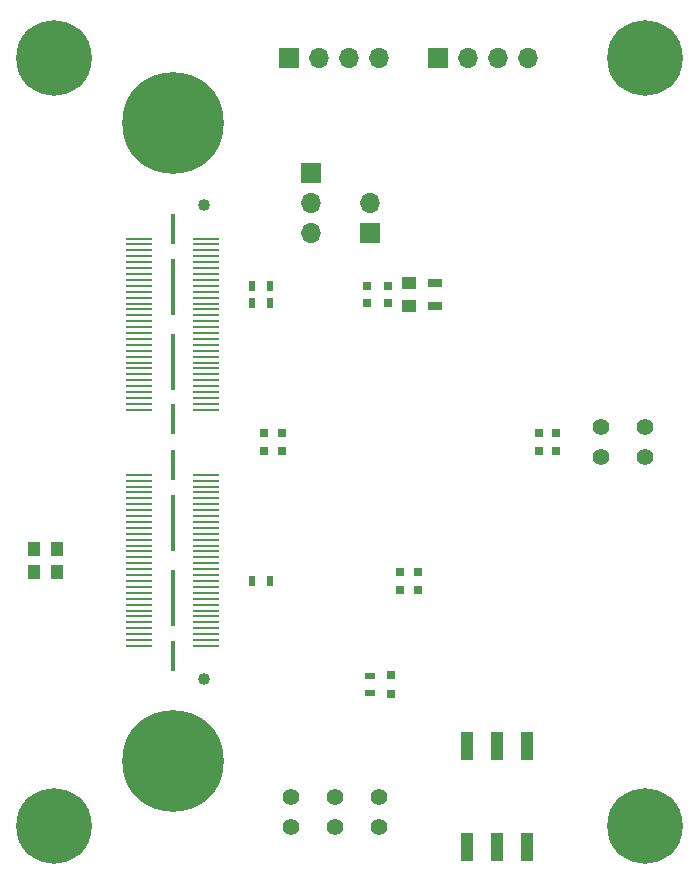
<source format=gts>
G04 #@! TF.FileFunction,Soldermask,Top*
%FSLAX46Y46*%
G04 Gerber Fmt 4.6, Leading zero omitted, Abs format (unit mm)*
G04 Created by KiCad (PCBNEW 4.0.7) date 09/10/18 12:16:13*
%MOMM*%
%LPD*%
G01*
G04 APERTURE LIST*
%ADD10C,0.100000*%
%ADD11R,2.268220X0.279400*%
%ADD12R,0.429260X2.540000*%
%ADD13R,0.429260X4.699000*%
%ADD14C,1.018540*%
%ADD15R,1.250000X1.000000*%
%ADD16R,0.750000X0.800000*%
%ADD17R,0.800000X0.750000*%
%ADD18R,1.000000X1.250000*%
%ADD19R,0.800000X0.800000*%
%ADD20R,1.300000X0.700000*%
%ADD21C,6.400000*%
%ADD22C,0.600000*%
%ADD23C,8.600000*%
%ADD24R,1.700000X1.700000*%
%ADD25O,1.700000X1.700000*%
%ADD26R,1.120000X2.440000*%
%ADD27C,1.400000*%
%ADD28R,0.500000X0.900000*%
%ADD29R,0.900000X0.500000*%
G04 APERTURE END LIST*
D10*
D11*
X62132340Y-55250860D03*
X67867660Y-55250860D03*
X62132340Y-55751240D03*
X67867660Y-55751240D03*
X62132340Y-56251620D03*
X67867660Y-56251620D03*
X62132340Y-56752000D03*
X67867660Y-56752000D03*
X62132340Y-57252380D03*
X67867660Y-57252380D03*
X62132340Y-57750220D03*
X67867660Y-57750220D03*
X62132340Y-58250600D03*
X67867660Y-58250600D03*
X62132340Y-58750980D03*
X67867660Y-58750980D03*
X62132340Y-59251360D03*
X67867660Y-59251360D03*
X62132340Y-59751740D03*
X67867660Y-59751740D03*
X62132340Y-60252120D03*
X67867660Y-60252120D03*
X62132340Y-60752500D03*
X67867660Y-60752500D03*
X62132340Y-61250340D03*
X67867660Y-61250340D03*
X62132340Y-61750720D03*
X67867660Y-61750720D03*
X62132340Y-62251100D03*
X67867660Y-62251100D03*
X62132340Y-62751480D03*
X67867660Y-62751480D03*
X62132340Y-63251860D03*
X67867660Y-63251860D03*
X62132340Y-63752240D03*
X67867660Y-63752240D03*
X62132340Y-64250080D03*
X67867660Y-64250080D03*
X62132340Y-64750460D03*
X67867660Y-64750460D03*
X62132340Y-65250840D03*
X67867660Y-65250840D03*
X62132340Y-65751220D03*
X67867660Y-65751220D03*
X62132340Y-66251600D03*
X67867660Y-66251600D03*
X62132340Y-66751980D03*
X67867660Y-66751980D03*
X62132340Y-67252360D03*
X67867660Y-67252360D03*
X62132340Y-67750200D03*
X67867660Y-67750200D03*
X62132340Y-68250580D03*
X67867660Y-68250580D03*
X62132340Y-68750960D03*
X67867660Y-68750960D03*
X62132340Y-69251340D03*
X67867660Y-69251340D03*
X62132340Y-69751720D03*
X67867660Y-69751720D03*
X62132340Y-75248280D03*
X67867660Y-75248280D03*
X62132340Y-75748660D03*
X67867660Y-75748660D03*
X62132340Y-76249040D03*
X67867660Y-76249040D03*
X62132340Y-76749420D03*
X67867660Y-76749420D03*
X62132340Y-77249800D03*
X67867660Y-77249800D03*
X62132340Y-77747640D03*
X67867660Y-77747640D03*
X62132340Y-78248020D03*
X67867660Y-78248020D03*
X62132340Y-78748400D03*
X67867660Y-78748400D03*
X62132340Y-79248780D03*
X67867660Y-79248780D03*
X62132340Y-79749160D03*
X67867660Y-79749160D03*
X62132340Y-80249540D03*
X67867660Y-80249540D03*
X62132340Y-80749920D03*
X67867660Y-80749920D03*
X62132340Y-81247760D03*
X67867660Y-81247760D03*
X62132340Y-81748140D03*
X67867660Y-81748140D03*
X62132340Y-82248520D03*
X67867660Y-82248520D03*
X62132340Y-82748900D03*
X67867660Y-82748900D03*
X62132340Y-83249280D03*
X67867660Y-83249280D03*
X62132340Y-83749660D03*
X67867660Y-83749660D03*
X62132340Y-84247500D03*
X67867660Y-84247500D03*
X62132340Y-84747880D03*
X67867660Y-84747880D03*
X62132340Y-85248260D03*
X67867660Y-85248260D03*
X62132340Y-85748640D03*
X67867660Y-85748640D03*
X62132340Y-86249020D03*
X67867660Y-86249020D03*
X62132340Y-86749400D03*
X67867660Y-86749400D03*
X62132340Y-87249780D03*
X67867660Y-87249780D03*
X62132340Y-87747620D03*
X67867660Y-87747620D03*
X62132340Y-88248000D03*
X67867660Y-88248000D03*
X62132340Y-88748380D03*
X67867660Y-88748380D03*
X62132340Y-89248760D03*
X67867660Y-89248760D03*
X62132340Y-89749140D03*
X67867660Y-89749140D03*
D12*
X65000000Y-54435520D03*
D13*
X65000000Y-59325020D03*
X65000000Y-65675020D03*
D12*
X65000000Y-70567060D03*
X65000000Y-74432940D03*
D13*
X65000000Y-79324980D03*
X65000000Y-85674980D03*
D12*
X65000000Y-90564480D03*
D14*
X67669540Y-52436540D03*
X67669540Y-92563460D03*
D15*
X85000000Y-61000000D03*
X85000000Y-59000000D03*
D16*
X83250000Y-60750000D03*
X83250000Y-59250000D03*
D17*
X74250000Y-71750000D03*
X72750000Y-71750000D03*
X74250000Y-73250000D03*
X72750000Y-73250000D03*
X96000000Y-71750000D03*
X97500000Y-71750000D03*
X96000000Y-73250000D03*
X97500000Y-73250000D03*
D16*
X85750000Y-83500000D03*
X85750000Y-85000000D03*
X84250000Y-83500000D03*
X84250000Y-85000000D03*
X81500000Y-60750000D03*
X81500000Y-59250000D03*
D18*
X55250000Y-83500000D03*
X53250000Y-83500000D03*
X55250000Y-81500000D03*
X53250000Y-81500000D03*
D19*
X83500000Y-92200000D03*
X83500000Y-93800000D03*
D20*
X87250000Y-59050000D03*
X87250000Y-60950000D03*
D21*
X55000000Y-40000000D03*
D22*
X57400000Y-40000000D03*
X56697056Y-41697056D03*
X55000000Y-42400000D03*
X53302944Y-41697056D03*
X52600000Y-40000000D03*
X53302944Y-38302944D03*
X55000000Y-37600000D03*
X56697056Y-38302944D03*
D21*
X55000000Y-105000000D03*
D22*
X57400000Y-105000000D03*
X56697056Y-106697056D03*
X55000000Y-107400000D03*
X53302944Y-106697056D03*
X52600000Y-105000000D03*
X53302944Y-103302944D03*
X55000000Y-102600000D03*
X56697056Y-103302944D03*
D21*
X105000000Y-105000000D03*
D22*
X107400000Y-105000000D03*
X106697056Y-106697056D03*
X105000000Y-107400000D03*
X103302944Y-106697056D03*
X102600000Y-105000000D03*
X103302944Y-103302944D03*
X105000000Y-102600000D03*
X106697056Y-103302944D03*
D21*
X105000000Y-40000000D03*
D22*
X107400000Y-40000000D03*
X106697056Y-41697056D03*
X105000000Y-42400000D03*
X103302944Y-41697056D03*
X102600000Y-40000000D03*
X103302944Y-38302944D03*
X105000000Y-37600000D03*
X106697056Y-38302944D03*
D23*
X65000000Y-99500000D03*
X65000000Y-45500000D03*
D24*
X76750000Y-49670000D03*
D25*
X76750000Y-52210000D03*
X76750000Y-54750000D03*
D24*
X81750000Y-54750000D03*
D25*
X81750000Y-52210000D03*
D26*
X95040000Y-98195000D03*
X89960000Y-106805000D03*
X92500000Y-98195000D03*
X92500000Y-106805000D03*
X89960000Y-98195000D03*
X95040000Y-106805000D03*
D24*
X87500000Y-40000000D03*
D25*
X90040000Y-40000000D03*
X92580000Y-40000000D03*
X95120000Y-40000000D03*
D24*
X74880000Y-40000000D03*
D25*
X77420000Y-40000000D03*
X79960000Y-40000000D03*
X82500000Y-40000000D03*
D27*
X105000000Y-73790000D03*
X105000000Y-71250000D03*
X101250000Y-73750000D03*
X101250000Y-71210000D03*
X78750000Y-105040000D03*
X78750000Y-102500000D03*
X82500000Y-105040000D03*
X82500000Y-102500000D03*
D28*
X71750000Y-59250000D03*
X73250000Y-59250000D03*
X73250000Y-60750000D03*
X71750000Y-60750000D03*
X71750000Y-84250000D03*
X73250000Y-84250000D03*
D29*
X81750000Y-93750000D03*
X81750000Y-92250000D03*
D27*
X75000000Y-105040000D03*
X75000000Y-102500000D03*
M02*

</source>
